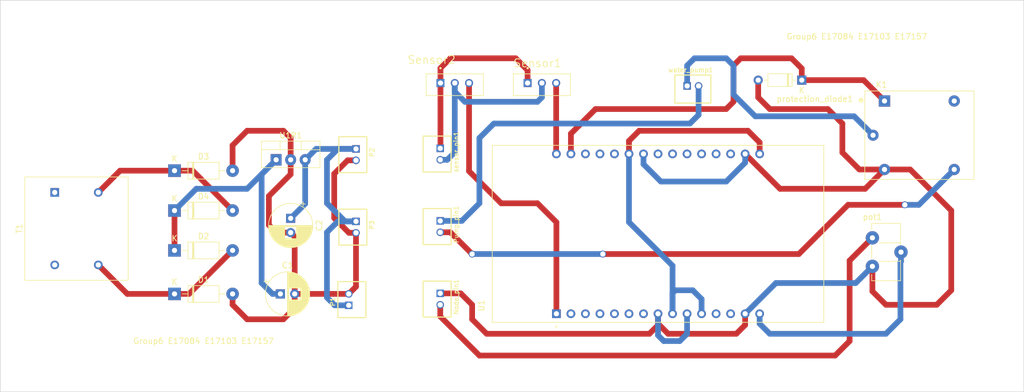
<source format=kicad_pcb>
(kicad_pcb (version 20211014) (generator pcbnew)
  (layers (0 "F.Cu" signal) (31 "B.Cu" signal) (34 "B.Paste" user) (35 "F.Paste" user) (36 "B.SilkS" user "B.Silkscreen") (37 "F.SilkS" user "F.Silkscreen") (38 "B.Mask" user) (39 "F.Mask" user) (44 "Edge.Cuts" user))
  (net 0 "")
  (net 1 "Net-(Node_pin1-Pad2)")
  (net 2 "Net-(Pump_pin1-Pad1)")
  (net 4 "Net-(K1-PadCOM)")
  (net 5 "Net-(K1-PadNO)")
  (net 6 "/D1")
  (net 7 "/GND")
  (net 8 "/D0")
  (net 9 "/A0")
  (net 10 "/Vin")
  (net 17 "Net-(U1-Pad11)")
  (net 29 "Net-(C1-Pad1)")
  (net 30 "Net-(C1-Pad2)")
  (net 31 "Net-(C2-Pad1)")
  (net 32 "Net-(D1-Pad1)")
  (net 33 "Net-(D3-Pad1)")
  (net 34 "Net-(Sensor1-Pad1)")
  (net 35 "Net-(Sensor1-Pad2)")
  (footprint "Connector 2pin:B2B-PH-K" (layer "F.Cu") (at 208.796 40.402)
    (fp_text reference "water_pump1" (at -0.381 -2.794) (layer "F.SilkS") (effects (font (size 0.8 0.8))))
    (fp_text value "B2B-PH-K")
    (pad "1" thru_hole rect locked (at -1 0) (size 1.3208 1.3208) (drill 0.9) (layers *.Cu *.Mask) (net 4 "Net-(K1-PadCOM)"))
    (pad "2" thru_hole circle locked (at 1 0) (size 1.3208 1.3208) (drill 0.9) (layers *.Cu *.Mask) (net 2 "Net-(Pump_pin1-Pad1)"))
  )
  (footprint "Connector 2pin:B2B-PH-K" (layer "F.Cu") (at 164.6 65.04 -90)
    (fp_text reference "Pump_pin1" (at -0.381 -2.794 -90) (layer "F.SilkS") (effects (font (size 0.8 0.8))))
    (fp_text value "B2B-PH-K")
    (pad "1" thru_hole rect locked (at -1 0 270) (size 1.3208 1.3208) (drill 0.9) (layers *.Cu *.Mask) (net 2 "Net-(Pump_pin1-Pad1)"))
    (pad "2" thru_hole circle locked (at 1 0 270) (size 1.3208 1.3208) (drill 0.9) (layers *.Cu *.Mask) (net 5 "Net-(K1-PadNO)"))
  )
  (footprint "Connector 2pin:B2B-PH-K" (layer "F.Cu") (at 148.59 77.835 90)
    (fp_text reference "P1" (at -0.381 -2.794 90) (layer "F.SilkS") (effects (font (size 0.8 0.8))))
    (fp_text value "B2B-PH-K")
    (pad "1" thru_hole rect locked (at -1 0 90) (size 1.3208 1.3208) (drill 0.9) (layers *.Cu *.Mask) (net 31 "Net-(C2-Pad1)"))
    (pad "2" thru_hole circle locked (at 1 0 90) (size 1.3208 1.3208) (drill 0.9) (layers *.Cu *.Mask) (net 30 "Net-(C1-Pad2)"))
  )
  (footprint "MountingHole:MountingHole_4.3mm_M4" (layer "F.Cu") (at 101.6 46.99)
    (fp_text reference "REF**" hide)
    (fp_text value "MountingHole_4.3mm_M4" hide)
    (pad "" np_thru_hole circle (at 0 0) (size 4.3 4.3) (drill 4.3) (layers F&B.Cu *.Mask))
  )
  (footprint "Connector 2pin:B2B-PH-K" (layer "F.Cu") (at 164.6 77.74 -90)
    (fp_text reference "Node_pin1" (at -0.381 -2.794 -90) (layer "F.SilkS") (effects (font (size 0.8 0.8))))
    (fp_text value "B2B-PH-K")
    (pad "1" thru_hole rect locked (at -1 0 270) (size 1.3208 1.3208) (drill 0.9) (layers *.Cu *.Mask) (net 7 "/GND"))
    (pad "2" thru_hole circle locked (at 1 0 270) (size 1.3208 1.3208) (drill 0.9) (layers *.Cu *.Mask) (net 1 "Net-(Node_pin1-Pad2)"))
  )
  (footprint "Diode_THT:D_DO-41_SOD81_P10.16mm_Horizontal" (layer "F.Cu") (at 118.11 69.215)
    (fp_text reference "D2" (at 5.08 -2.47) (layer "F.SilkS"))
    (fp_text value "1N4007")
    (fp_text user "K" (at 0 -2.1) (layer "F.SilkS"))
    (pad "1" thru_hole rect (at 0 0) (size 2.2 2.2) (drill 0.9) (layers *.Cu *.Mask) (net 29 "Net-(C1-Pad1)"))
    (pad "2" thru_hole oval (at 10.16 0) (size 2.2 2.2) (drill 0.9) (layers *.Cu *.Mask) (net 32 "Net-(D1-Pad1)"))
  )
  (footprint "MountingHole:MountingHole_4.3mm_M4" (layer "F.Cu") (at 101.6 83.82)
    (fp_text reference "REF**" hide)
    (fp_text value "MountingHole_4.3mm_M4" hide)
    (pad "" np_thru_hole circle (at 0 0) (size 4.3 4.3) (drill 4.3) (layers F&B.Cu *.Mask))
  )
  (footprint "Connector 2pin:B2B-PH-K" (layer "F.Cu") (at 149.86 52.435 -90)
    (fp_text reference "P2" (at -0.381 -2.794 -90) (layer "F.SilkS") (effects (font (size 0.8 0.8))))
    (fp_text value "B2B-PH-K")
    (pad "1" thru_hole rect locked (at -1 0 270) (size 1.3208 1.3208) (drill 0.9) (layers *.Cu *.Mask) (net 31 "Net-(C2-Pad1)"))
    (pad "2" thru_hole circle locked (at 1 0 270) (size 1.3208 1.3208) (drill 0.9) (layers *.Cu *.Mask) (net 30 "Net-(C1-Pad2)"))
  )
  (footprint "Connector 2pin:B2B-PH-K" (layer "F.Cu") (at 164.6 52.34 -90)
    (fp_text reference "sensor_pin1" (at -0.381 -2.794 -90) (layer "F.SilkS") (effects (font (size 0.8 0.8))))
    (fp_text value "B2B-PH-K")
    (pad "1" thru_hole rect locked (at -1 0 270) (size 1.3208 1.3208) (drill 0.9) (layers *.Cu *.Mask) (net 34 "Net-(Sensor1-Pad1)"))
    (pad "2" thru_hole circle locked (at 1 0 270) (size 1.3208 1.3208) (drill 0.9) (layers *.Cu *.Mask) (net 35 "Net-(Sensor1-Pad2)"))
  )
  (footprint "MountingHole:MountingHole_4.3mm_M4" (layer "F.Cu") (at 256.54 85.09)
    (fp_text reference "REF**" hide)
    (fp_text value "MountingHole_4.3mm_M4" hide)
    (pad "" np_thru_hole circle (at 0 0) (size 4.3 4.3) (drill 4.3) (layers *.Cu *.Mask))
  )
  (footprint "Package_TO_SOT_THT:TO-220-3_Vertical" (layer "F.Cu") (at 135.89 53.34)
    (fp_text reference "U1R1" (at 2.54 -4.27) (layer "F.SilkS"))
    (fp_text value "L7805")
    (pad "1" thru_hole rect (at 0 0) (size 1.905 2) (drill 0.9) (layers *.Cu *.Mask) (net 29 "Net-(C1-Pad1)"))
    (pad "2" thru_hole oval (at 2.54 0) (size 1.905 2) (drill 0.9) (layers *.Cu *.Mask) (net 30 "Net-(C1-Pad2)"))
    (pad "3" thru_hole oval (at 5.08 0) (size 1.905 2) (drill 0.9) (layers *.Cu *.Mask) (net 31 "Net-(C2-Pad1)"))
  )
  (footprint "MountingHole:MountingHole_4.3mm_M4" (layer "F.Cu") (at 124.46 41.91)
    (fp_text reference "REF**" hide)
    (fp_text value "MountingHole_4.3mm_M4" hide)
    (pad "" np_thru_hole circle (at 0 0) (size 4.3 4.3) (drill 4.3) (layers *.Cu *.Mask))
  )
  (footprint "Diode_THT:D_DO-35_SOD27_P7.62mm_Horizontal" (layer "F.Cu") (at 227.846 39.386 180)
    (fp_text reference "protection_diode1" (at -2.286 -3.302) (layer "F.SilkS"))
    (fp_text value "1N4148")
    (fp_text user "K" (at 0 -1.8) (layer "F.SilkS"))
    (pad "1" thru_hole rect (at 0 0 180) (size 1.6 1.6) (drill 0.9) (layers *.Cu *.Mask) (net 6 "/D1"))
    (pad "2" thru_hole oval (at 7.62 0 180) (size 1.6 1.6) (drill 0.9) (layers *.Cu *.Mask) (net 7 "/GND"))
  )
  (footprint "Diode_THT:D_DO-41_SOD81_P10.16mm_Horizontal" (layer "F.Cu") (at 118.11 76.835)
    (fp_text reference "D1" (at 5.08 -2.47) (layer "F.SilkS"))
    (fp_text value "1N4007")
    (fp_text user "K" (at 0 -2.1) (layer "F.SilkS"))
    (pad "1" thru_hole rect (at 0 0) (size 2.2 2.2) (drill 0.9) (layers *.Cu *.Mask) (net 32 "Net-(D1-Pad1)"))
    (pad "2" thru_hole oval (at 10.16 0) (size 2.2 2.2) (drill 0.9) (layers *.Cu *.Mask) (net 30 "Net-(C1-Pad2)"))
  )
  (footprint "Connector 3pin:TE_440052-3" (layer "F.Cu") (at 182.38 39.894)
    (fp_text reference "Sensor1" (at -0.762 -3.489) (layer "F.SilkS") (effects (font (size 1.4 1.4))))
    (fp_text value "B3B-PH-K")
    (pad "1" thru_hole rect (at -2.5 0) (size 1.408 1.408) (drill 0.9) (layers *.Cu *.Mask) (net 34 "Net-(Sensor1-Pad1)"))
    (pad "2" thru_hole circle (at 0 0) (size 1.408 1.408) (drill 0.9) (layers *.Cu *.Mask) (net 35 "Net-(Sensor1-Pad2)"))
    (pad "3" thru_hole circle (at 2.5 0) (size 1.408 1.408) (drill 0.9) (layers *.Cu *.Mask) (net 8 "/D0"))
  )
  (footprint "Diode_THT:D_DO-41_SOD81_P10.16mm_Horizontal" (layer "F.Cu") (at 118.11 55.245)
    (fp_text reference "D3" (at 5.08 -2.47) (layer "F.SilkS"))
    (fp_text value "1N4007")
    (fp_text user "K" (at 0 -2.1) (layer "F.SilkS"))
    (pad "1" thru_hole rect (at 0 0) (size 2.2 2.2) (drill 0.9) (layers *.Cu *.Mask) (net 33 "Net-(D3-Pad1)"))
    (pad "2" thru_hole oval (at 10.16 0) (size 2.2 2.2) (drill 0.9) (layers *.Cu *.Mask) (net 30 "Net-(C1-Pad2)"))
  )
  (footprint "Potentiometer_THT:Potentiometer_ACP_CA9-H5_Horizontal" (layer "F.Cu") (at 240.205 67.01)
    (fp_text reference "pot1" (at 0 -3.65) (layer "F.SilkS"))
    (fp_text value "R_Potentiometer")
    (pad "1" thru_hole circle (at 0 0) (size 2.34 2.34) (drill 0.9) (layers *.Cu *.Mask) (net 1 "Net-(Node_pin1-Pad2)"))
    (pad "2" thru_hole circle (at 5 2.5) (size 2.34 2.34) (drill 0.9) (layers *.Cu *.Mask) (net 10 "/Vin"))
    (pad "3" thru_hole circle (at 0 5) (size 2.34 2.34) (drill 0.9) (layers *.Cu *.Mask) (net 7 "/GND"))
  )
  (footprint "Relay Snapeda:Relay SPDT Snapeda.com" (layer "F.Cu") (at 248.42 49.038)
    (fp_text reference "K1" (at -6.62563 -8.83584) (layer "F.SilkS") (effects (font (size 1.000094 1.000094))))
    (fp_text value "SRD-05VDC-SL-C")
    (pad "A1" thru_hole rect (at -6.1 -6) (size 1.98 1.98) (drill 0.9) (layers *.Cu *.Mask) (net 6 "/D1"))
    (pad "A2" thru_hole circle (at -6.1 6) (size 1.98 1.98) (drill 0.9) (layers *.Cu *.Mask) (net 7 "/GND"))
    (pad "COM" thru_hole circle (at -8.1 0) (size 1.935 1.935) (drill 0.9) (layers *.Cu *.Mask) (net 4 "Net-(K1-PadCOM)"))
    (pad "NC" thru_hole circle (at 6.1 -6) (size 1.98 1.98) (drill 0.9) (layers *.Cu *.Mask))
    (pad "NO" thru_hole circle (at 6.1 6) (size 1.98 1.98) (drill 0.9) (layers *.Cu *.Mask) (net 5 "Net-(K1-PadNO)"))
  )
  (footprint "Connector 3pin:TE_440052-3" (layer "F.Cu") (at 167.14 39.894)
    (fp_text reference "Sensor2" (at -4.064 -4.064) (layer "F.SilkS") (effects (font (size 1.4 1.4))))
    (fp_text value "B3B-PH-K")
    (pad "1" thru_hole rect (at -2.5 0) (size 1.408 1.408) (drill 0.9) (layers *.Cu *.Mask) (net 34 "Net-(Sensor1-Pad1)"))
    (pad "2" thru_hole circle (at 0 0) (size 1.408 1.408) (drill 0.9) (layers *.Cu *.Mask) (net 35 "Net-(Sensor1-Pad2)"))
    (pad "3" thru_hole circle (at 2.5 0) (size 1.408 1.408) (drill 0.9) (layers *.Cu *.Mask) (net 9 "/A0"))
  )
  (footprint "Connector 2pin:B2B-PH-K" (layer "F.Cu") (at 149.86 65.135 -90)
    (fp_text reference "P3" (at -0.381 -2.794 -90) (layer "F.SilkS") (effects (font (size 0.8 0.8))))
    (fp_text value "B2B-PH-K")
    (pad "1" thru_hole rect locked (at -1 0 270) (size 1.3208 1.3208) (drill 0.9) (layers *.Cu *.Mask) (net 31 "Net-(C2-Pad1)"))
    (pad "2" thru_hole circle locked (at 1 0 270) (size 1.3208 1.3208) (drill 0.9) (layers *.Cu *.Mask) (net 30 "Net-(C1-Pad2)"))
  )
  (footprint "MountingHole:MountingHole_4.3mm_M4" (layer "F.Cu") (at 258.58 33.29)
    (fp_text reference "REF**" hide)
    (fp_text value "MountingHole_4.3mm_M4" hide)
    (pad "" np_thru_hole circle (at 0 0) (size 4.3 4.3) (drill 4.3) (layers *.Cu *.Mask))
  )
  (footprint "ESP8266 V2:MODULE_VMA107" (layer "F.Cu") (at 202.7 66.31 90)
    (fp_text reference "U1" (at -12.575 -30.885 90) (layer "F.SilkS"))
    (fp_text value "VMA107")
    (pad "" np_thru_hole circle (at -12.5 26 90) (size 3.25 3.25) (drill 3.25) (layers *.Cu *.Mask))
    (pad "" np_thru_hole circle (at -12.5 -26 90) (size 3.25 3.25) (drill 3.25) (layers *.Cu *.Mask))
    (pad "" np_thru_hole circle (at 12.5 26 90) (size 3.25 3.25) (drill 3.25) (layers *.Cu *.Mask))
    (pad "" np_thru_hole circle (at 12.5 -26 90) (size 3.25 3.25) (drill 3.25) (layers *.Cu *.Mask))
    (pad "1" thru_hole rect (at -14 -17.78 90) (size 1.53 1.53) (drill 0.9) (layers *.Cu *.Mask) (net 9 "/A0"))
    (pad "2" thru_hole circle (at -14 -15.24 90) (size 1.53 1.53) (drill 0.9) (layers *.Cu *.Mask))
    (pad "3" thru_hole circle (at -14 -12.7 90) (size 1.53 1.53) (drill 0.9) (layers *.Cu *.Mask))
    (pad "4" thru_hole circle (at -14 -10.16 90) (size 1.53 1.53) (drill 0.9) (layers *.Cu *.Mask))
    (pad "5" thru_hole circle (at -14 -7.62 90) (size 1.53 1.53) (drill 0.9) (layers *.Cu *.Mask))
    (pad "6" thru_hole circle (at -14 -5.08 90) (size 1.53 1.53) (drill 0.9) (layers *.Cu *.Mask))
    (pad "7" thru_hole circle (at -14 -2.54 90) (size 1.53 1.53) (drill 0.9) (layers *.Cu *.Mask))
    (pad "8" thru_hole circle (at -14 0 90) (size 1.53 1.53) (drill 0.9) (layers *.Cu *.Mask) (net 7 "/GND"))
    (pad "9" thru_hole circle (at -14 2.54 90) (size 1.53 1.53) (drill 0.9) (layers *.Cu *.Mask) (net 17 "Net-(U1-Pad11)"))
    (pad "10" thru_hole circle (at -14 5.08 90) (size 1.53 1.53) (drill 0.9) (layers *.Cu *.Mask) (net 7 "/GND"))
    (pad "11" thru_hole circle (at -14 7.62 90) (size 1.53 1.53) (drill 0.9) (layers *.Cu *.Mask) (net 17 "Net-(U1-Pad11)"))
    (pad "12" thru_hole circle (at -14 10.16 90) (size 1.53 1.53) (drill 0.9) (layers *.Cu *.Mask))
    (pad "13" thru_hole circle (at -14 12.7 90) (size 1.53 1.53) (drill 0.9) (layers *.Cu *.Mask))
    (pad "14" thru_hole circle (at -14 15.24 90) (size 1.53 1.53) (drill 0.9) (layers *.Cu *.Mask) (net 7 "/GND"))
    (pad "15" thru_hole circle (at -14 17.78 90) (size 1.53 1.53) (drill 0.9) (layers *.Cu *.Mask) (net 10 "/Vin"))
    (pad "16" thru_hole circle (at 14 17.78 90) (size 1.53 1.53) (drill 0.9) (layers *.Cu *.Mask) (net 17 "Net-(U1-Pad11)"))
    (pad "17" thru_hole circle (at 14 15.24 90) (size 1.53 1.53) (drill 0.9) (layers *.Cu *.Mask) (net 7 "/GND"))
    (pad "18" thru_hole circle (at 14 12.7 90) (size 1.53 1.53) (drill 0.9) (layers *.Cu *.Mask))
    (pad "19" thru_hole circle (at 14 10.16 90) (size 1.53 1.53) (drill 0.9) (layers *.Cu *.Mask))
    (pad "20" thru_hole circle (at 14 7.62 90) (size 1.53 1.53) (drill 0.9) (layers *.Cu *.Mask))
    (pad "21" thru_hole circle (at 14 5.08 90) (size 1.53 1.53) (drill 0.9) (layers *.Cu *.Mask))
    (pad "22" thru_hole circle (at 14 2.54 90) (size 1.53 1.53) (drill 0.9) (layers *.Cu *.Mask))
    (pad "23" thru_hole circle (at 14 0 90) (size 1.53 1.53) (drill 0.9) (layers *.Cu *.Mask))
    (pad "24" thru_hole circle (at 14 -2.54 90) (size 1.53 1.53) (drill 0.9) (layers *.Cu *.Mask) (net 7 "/GND"))
    (pad "25" thru_hole circle (at 14 -5.08 90) (size 1.53 1.53) (drill 0.9) (layers *.Cu *.Mask) (net 17 "Net-(U1-Pad11)"))
    (pad "26" thru_hole circle (at 14 -7.62 90) (size 1.53 1.53) (drill 0.9) (layers *.Cu *.Mask))
    (pad "27" thru_hole circle (at 14 -10.16 90) (size 1.53 1.53) (drill 0.9) (layers *.Cu *.Mask))
    (pad "28" thru_hole circle (at 14 -12.7 90) (size 1.53 1.53) (drill 0.9) (layers *.Cu *.Mask))
    (pad "29" thru_hole circle (at 14 -15.24 90) (size 1.53 1.53) (drill 0.9) (layers *.Cu *.Mask) (net 6 "/D1"))
    (pad "30" thru_hole circle (at 14 -17.78 90) (size 1.53 1.53) (drill 0.9) (layers *.Cu *.Mask) (net 8 "/D0"))
  )
  (footprint "Diode_THT:D_DO-41_SOD81_P10.16mm_Horizontal" (layer "F.Cu") (at 118.11 62.23)
    (fp_text reference "D4" (at 5.08 -2.47) (layer "F.SilkS"))
    (fp_text value "1N4007")
    (fp_text user "K" (at 0 -2.1) (layer "F.SilkS"))
    (pad "1" thru_hole rect (at 0 0) (size 2.2 2.2) (drill 0.9) (layers *.Cu *.Mask) (net 29 "Net-(C1-Pad1)"))
    (pad "2" thru_hole oval (at 10.16 0) (size 2.2 2.2) (drill 0.9) (layers *.Cu *.Mask) (net 33 "Net-(D3-Pad1)"))
  )
  (footprint "Transformer_THT:Transformer_NF_ETAL_1-1_P1200" (layer "F.Cu") (at 97.155 59.055 90)
    (fp_text reference "T1" (at -6.35 -6.2 90) (layer "F.SilkS"))
    (fp_text value "Transformer_1P_1S")
    (pad "1" thru_hole rect (at 0 0 90) (size 1.52 1.52) (drill 0.9) (layers *.Cu *.Mask))
    (pad "3" thru_hole circle (at 0 7.62 90) (size 1.52 1.52) (drill 0.9) (layers *.Cu *.Mask) (net 33 "Net-(D3-Pad1)"))
    (pad "4" thru_hole circle (at -12.7 7.62 90) (size 1.52 1.52) (drill 0.9) (layers *.Cu *.Mask) (net 32 "Net-(D1-Pad1)"))
    (pad "6" thru_hole circle (at -12.7 0 90) (size 1.52 1.52) (drill 0.9) (layers *.Cu *.Mask))
  )
  (footprint "Capacitor_THT:CP_Radial_D7.5mm_P2.50mm" (layer "F.Cu") (at 136.633606 76.835)
    (fp_text reference "C1" (at 1.25 -5) (layer "F.SilkS"))
    (fp_text value "C_Polarized")
    (pad "1" thru_hole rect (at 0 0) (size 1.6 1.6) (drill 0.9) (layers *.Cu *.Mask) (net 29 "Net-(C1-Pad1)"))
    (pad "2" thru_hole circle (at 2.5 0) (size 1.6 1.6) (drill 0.9) (layers *.Cu *.Mask) (net 30 "Net-(C1-Pad2)"))
  )
  (footprint "Capacitor_THT:CP_Radial_D7.5mm_P2.50mm" (layer "F.Cu") (at 138.43 63.593848 -90)
    (fp_text reference "C2" (at 1.25 -5 90) (layer "F.SilkS"))
    (fp_text value "C_Polarized")
    (pad "1" thru_hole rect (at 0 0 270) (size 1.6 1.6) (drill 0.9) (layers *.Cu *.Mask) (net 31 "Net-(C2-Pad1)"))
    (pad "2" thru_hole circle (at 2.5 0 270) (size 1.6 1.6) (drill 0.9) (layers *.Cu *.Mask) (net 30 "Net-(C1-Pad2)"))
  )
  (footprint "MountingHole:MountingHole_4.3mm_M4" (layer "F.Cu") (at 196.85 34.29)
    (fp_text reference "REF**" hide)
    (fp_text value "MountingHole_4.3mm_M4" hide)
    (pad "" np_thru_hole circle (at 0 0) (size 4.3 4.3) (drill 4.3) (layers *.Cu *.Mask))
  )
  (gr_line (start 266.7 93.98) (end 87.63 93.98) (layer "Edge.Cuts") (width 0.1))
  (gr_line (start 266.7 25.4) (end 266.7 93.98) (layer "Edge.Cuts") (width 0.1))
  (gr_line (start 87.63 93.98) (end 87.63 25.4) (layer "Edge.Cuts") (width 0.1))
  (gr_line (start 87.63 25.4) (end 266.7 25.4) (layer "Edge.Cuts") (width 0.1))
  (gr_text "Group6 E17084 E17103 E17157" (at 123.19 85.09) (layer "F.SilkS") (effects (font (size 1 1))))
  (gr_text "Group6 E17084 E17103 E17157" (at 237.49 31.75) (layer "F.SilkS") (effects (font (size 1 1))))
  (segment (start 164.6 78.74) (end 164.6 80.78) (width 1) (layer "F.Cu") (net 1))
  (segment (start 233.68 87.63) (end 236.22 85.09) (width 1) (layer "F.Cu") (net 1))
  (segment (start 164.6 80.78) (end 171.45 87.63) (width 1) (layer "F.Cu") (net 1))
  (segment (start 236.22 85.09) (end 236.22 70.995) (width 1) (layer "F.Cu") (net 1))
  (segment (start 171.45 87.63) (end 233.68 87.63) (width 1) (layer "F.Cu") (net 1))
  (segment (start 236.22 70.995) (end 240.205 67.01) (width 1) (layer "F.Cu") (net 1))
  (segment (start 208.28 46.99) (end 209.796 45.474) (width 1) (layer "B.Cu") (net 2))
  (segment (start 173.99 46.99) (end 208.28 46.99) (width 1) (layer "B.Cu") (net 2))
  (segment (start 168.37 64.04) (end 171.45 60.96) (width 1) (layer "B.Cu") (net 2))
  (segment (start 164.6 64.04) (end 168.37 64.04) (width 1) (layer "B.Cu") (net 2))
  (segment (start 171.45 49.53) (end 173.99 46.99) (width 1) (layer "B.Cu") (net 2))
  (segment (start 209.796 45.474) (end 209.796 40.402) (width 1) (layer "B.Cu") (net 2))
  (segment (start 171.45 60.96) (end 171.45 49.53) (width 1) (layer "B.Cu") (net 2))
  (segment (start 207.796 36.83) (end 207.796 40.402) (width 1) (layer "B.Cu") (net 4))
  (segment (start 209.066 35.56) (end 207.796 36.83) (width 1) (layer "B.Cu") (net 4))
  (segment (start 237.002 45.72) (end 219.71 45.72) (width 1) (layer "B.Cu") (net 4))
  (segment (start 215.9 36.83) (end 214.63 35.56) (width 1) (layer "B.Cu") (net 4))
  (segment (start 219.71 45.72) (end 215.9 41.91) (width 1) (layer "B.Cu") (net 4))
  (segment (start 215.9 41.91) (end 215.9 36.83) (width 1) (layer "B.Cu") (net 4))
  (segment (start 240.32 49.038) (end 237.002 45.72) (width 1) (layer "B.Cu") (net 4))
  (segment (start 214.63 35.56) (end 209.066 35.56) (width 1) (layer "B.Cu") (net 4))
  (segment (start 166.37 66.04) (end 170.18 69.85) (width 1) (layer "F.Cu") (net 5))
  (segment (start 235.95 61.23) (end 245.88 61.23) (width 1) (layer "F.Cu") (net 5))
  (segment (start 227.33 69.85) (end 235.95 61.23) (width 1) (layer "F.Cu") (net 5))
  (segment (start 164.6 66.04) (end 166.37 66.04) (width 1) (layer "F.Cu") (net 5))
  (segment (start 193.04 69.85) (end 227.33 69.85) (width 1) (layer "F.Cu") (net 5))
  (via (at 170.18 69.85) (size 1.2) (drill 0.9) (layers "F.Cu" "B.Cu") (net 5))
  (via (at 193.04 69.85) (size 1.2) (drill 0.9) (layers "F.Cu" "B.Cu") (net 5))
  (via (at 245.88 61.23) (size 1.2) (drill 0.9) (layers "F.Cu" "B.Cu") (net 5))
  (segment (start 248.328 61.23) (end 254.52 55.038) (width 1) (layer "B.Cu") (net 5))
  (segment (start 245.88 61.23) (end 248.328 61.23) (width 1) (layer "B.Cu") (net 5))
  (segment (start 170.18 69.85) (end 193.04 69.85) (width 1) (layer "B.Cu") (net 5))
  (segment (start 191.77 44.45) (end 214.63 44.45) (width 1) (layer "F.Cu") (net 6))
  (segment (start 187.46 52.31) (end 187.46 48.76) (width 1) (layer "F.Cu") (net 6))
  (segment (start 227.846 37.346) (end 227.846 39.386) (width 1) (layer "F.Cu") (net 6))
  (segment (start 214.63 44.45) (end 215.9 43.18) (width 1) (layer "F.Cu") (net 6))
  (segment (start 226.06 35.56) (end 227.846 37.346) (width 1) (layer "F.Cu") (net 6))
  (segment (start 215.9 36.83) (end 217.17 35.56) (width 1) (layer "F.Cu") (net 6))
  (segment (start 215.9 43.18) (end 215.9 36.83) (width 1) (layer "F.Cu") (net 6))
  (segment (start 187.46 48.76) (end 191.77 44.45) (width 1) (layer "F.Cu") (net 6))
  (segment (start 227.846 39.386) (end 238.668 39.386) (width 1) (layer "F.Cu") (net 6))
  (segment (start 217.17 35.56) (end 226.06 35.56) (width 1) (layer "F.Cu") (net 6))
  (segment (start 238.668 39.386) (end 242.32 43.038) (width 1) (layer "F.Cu") (net 6))
  (segment (start 202.7 82.05) (end 204.47 83.82) (width 1) (layer "F.Cu") (net 7))
  (segment (start 240.205 76.375) (end 240.205 72.01) (width 1) (layer "F.Cu") (net 7))
  (segment (start 254 62.23) (end 254 76.2) (width 1) (layer "F.Cu") (net 7))
  (segment (start 216.4 83.82) (end 217.94 82.28) (width 1) (layer "F.Cu") (net 7))
  (segment (start 242.32 55.038) (end 246.808 55.038) (width 1) (layer "F.Cu") (net 7))
  (segment (start 220.226 42.426) (end 222.25 44.45) (width 1) (layer "F.Cu") (net 7))
  (segment (start 217.94 82.28) (end 217.94 80.31) (width 1) (layer "F.Cu") (net 7))
  (segment (start 234.95 52.07) (end 237.918 55.038) (width 1) (layer "F.Cu") (net 7))
  (segment (start 202.7 82.315) (end 202.7 80.31) (width 1) (layer "F.Cu") (net 7))
  (segment (start 222.25 44.45) (end 232.41 44.45) (width 1) (layer "F.Cu") (net 7))
  (segment (start 170.18 78.74) (end 170.18 81.28) (width 1) (layer "F.Cu") (net 7))
  (segment (start 217.94 52.31) (end 224.05 58.42) (width 1) (layer "F.Cu") (net 7))
  (segment (start 202.7 80.31) (end 202.7 82.05) (width 1) (layer "F.Cu") (net 7))
  (segment (start 251.46 78.74) (end 242.57 78.74) (width 1) (layer "F.Cu") (net 7))
  (segment (start 238.938 58.42) (end 242.32 55.038) (width 1) (layer "F.Cu") (net 7))
  (segment (start 170.18 81.28) (end 172.72 83.82) (width 1) (layer "F.Cu") (net 7))
  (segment (start 242.57 78.74) (end 240.205 76.375) (width 1) (layer "F.Cu") (net 7))
  (segment (start 246.808 55.038) (end 254 62.23) (width 1) (layer "F.Cu") (net 7))
  (segment (start 164.6 76.74) (end 168.18 76.74) (width 1) (layer "F.Cu") (net 7))
  (segment (start 201.195 83.82) (end 202.7 82.315) (width 1) (layer "F.Cu") (net 7))
  (segment (start 224.05 58.42) (end 238.938 58.42) (width 1) (layer "F.Cu") (net 7))
  (segment (start 237.918 55.038) (end 242.32 55.038) (width 1) (layer "F.Cu") (net 7))
  (segment (start 168.18 76.74) (end 170.18 78.74) (width 1) (layer "F.Cu") (net 7))
  (segment (start 232.41 44.45) (end 234.95 46.99) (width 1) (layer "F.Cu") (net 7))
  (segment (start 254 76.2) (end 251.46 78.74) (width 1) (layer "F.Cu") (net 7))
  (segment (start 204.47 83.82) (end 216.4 83.82) (width 1) (layer "F.Cu") (net 7))
  (segment (start 234.95 46.99) (end 234.95 52.07) (width 1) (layer "F.Cu") (net 7))
  (segment (start 220.226 39.386) (end 220.226 42.426) (width 1) (layer "F.Cu") (net 7))
  (segment (start 172.72 83.82) (end 201.195 83.82) (width 1) (layer "F.Cu") (net 7))
  (segment (start 217.94 80.31) (end 223.32 74.93) (width 1) (layer "B.Cu") (net 7))
  (segment (start 203.7 85.09) (end 202.7 84.09) (width 1) (layer "B.Cu") (net 7))
  (segment (start 214.63 57.15) (end 203.2 57.15) (width 1) (layer "B.Cu") (net 7))
  (segment (start 206.51 85.09) (end 203.7 85.09) (width 1) (layer "B.Cu") (net 7))
  (segment (start 200.16 54.11) (end 200.16 52.31) (width 1) (layer "B.Cu") (net 7))
  (segment (start 237.285 74.93) (end 240.205 72.01) (width 1) (layer "B.Cu") (net 7))
  (segment (start 217.94 53.84) (end 214.63 57.15) (width 1) (layer "B.Cu") (net 7))
  (segment (start 207.78 80.31) (end 207.78 83.82) (width 1) (layer "B.Cu") (net 7))
  (segment (start 223.32 74.93) (end 237.285 74.93) (width 1) (layer "B.Cu") (net 7))
  (segment (start 202.7 84.09) (end 202.7 80.31) (width 1) (layer "B.Cu") (net 7))
  (segment (start 207.78 83.82) (end 206.51 85.09) (width 1) (layer "B.Cu") (net 7))
  (segment (start 203.2 57.15) (end 200.16 54.11) (width 1) (layer "B.Cu") (net 7))
  (segment (start 217.94 52.31) (end 217.94 53.84) (width 1) (layer "B.Cu") (net 7))
  (segment (start 184.88 39.894) (end 184.88 52.27) (width 1) (layer "F.Cu") (net 8))
  (segment (start 184.88 52.27) (end 184.92 52.31) (width 1) (layer "F.Cu") (net 8))
  (segment (start 181.61 60.96) (end 184.92 64.27) (width 1) (layer "F.Cu") (net 9))
  (segment (start 175.26 60.96) (end 181.61 60.96) (width 1) (layer "F.Cu") (net 9))
  (segment (start 169.64 39.894) (end 169.64 55.34) (width 1) (layer "F.Cu") (net 9))
  (segment (start 169.64 55.34) (end 175.26 60.96) (width 1) (layer "F.Cu") (net 9))
  (segment (start 184.92 64.27) (end 184.92 80.31) (width 1) (layer "F.Cu") (net 9))
  (segment (start 222.25 83.82) (end 220.48 82.05) (width 1) (layer "B.Cu") (net 10))
  (segment (start 245.205 69.51) (end 245.205 71.164629) (width 1) (layer "B.Cu") (net 10))
  (segment (start 245.205 71.164629) (end 245.11 71.259629) (width 1) (layer "B.Cu") (net 10))
  (segment (start 242.57 83.82) (end 222.25 83.82) (width 1) (layer "B.Cu") (net 10))
  (segment (start 220.48 82.05) (end 220.48 80.31) (width 1) (layer "B.Cu") (net 10))
  (segment (start 245.11 81.28) (end 242.57 83.82) (width 1) (layer "B.Cu") (net 10))
  (segment (start 245.11 71.259629) (end 245.11 81.28) (width 1) (layer "B.Cu") (net 10))
  (segment (start 199.39 48.26) (end 197.62 50.03) (width 1) (layer "F.Cu") (net 17))
  (segment (start 220.48 50.3) (end 218.44 48.26) (width 1) (layer "F.Cu") (net 17))
  (segment (start 197.62 50.03) (end 197.62 52.31) (width 1) (layer "F.Cu") (net 17))
  (segment (start 218.44 48.26) (end 199.39 48.26) (width 1) (layer "F.Cu") (net 17))
  (segment (start 220.48 52.31) (end 220.48 50.3) (width 1) (layer "F.Cu") (net 17))
  (segment (start 197.62 64.27) (end 205.24 71.89) (width 1) (layer "B.Cu") (net 17))
  (segment (start 205.24 76.7) (end 205.24 80.31) (width 1) (layer "B.Cu") (net 17))
  (segment (start 210.32 77.74) (end 208.78 76.2) (width 1) (layer "B.Cu") (net 17))
  (segment (start 197.62 52.31) (end 197.62 64.27) (width 1) (layer "B.Cu") (net 17))
  (segment (start 210.32 80.31) (end 210.32 77.74) (width 1) (layer "B.Cu") (net 17))
  (segment (start 205.24 71.89) (end 205.24 80.31) (width 1) (layer "B.Cu") (net 17))
  (segment (start 208.78 76.2) (end 205.74 76.2) (width 1) (layer "B.Cu") (net 17))
  (segment (start 205.74 76.2) (end 205.24 76.7) (width 1) (layer "B.Cu") (net 17))
  (segment (start 118.11 69.215) (end 118.11 62.23) (width 1) (layer "F.Cu") (net 29))
  (segment (start 135.255 76.835) (end 136.633606 76.835) (width 1) (layer "B.Cu") (net 29))
  (segment (start 133.35 74.93) (end 135.255 76.835) (width 1) (layer "B.Cu") (net 29))
  (segment (start 130.81 58.42) (end 135.89 53.34) (width 1) (layer "B.Cu") (net 29))
  (segment (start 118.11 62.23) (end 121.92 58.42) (width 1) (layer "B.Cu") (net 29))
  (segment (start 135.89 53.34) (end 133.35 55.88) (width 1) (layer "B.Cu") (net 29))
  (segment (start 121.92 58.42) (end 130.81 58.42) (width 1) (layer "B.Cu") (net 29))
  (segment (start 133.35 55.88) (end 133.35 74.93) (width 1) (layer "B.Cu") (net 29))
  (segment (start 128.27 50.8) (end 128.27 55.245) (width 1) (layer "F.Cu") (net 30))
  (segment (start 149.86 75.565) (end 149.86 66.135) (width 1) (layer "F.Cu") (net 30))
  (segment (start 138.43 49.53) (end 137.16 48.26) (width 1) (layer "F.Cu") (net 30))
  (segment (start 134.62 59.69) (end 134.62 64.77) (width 1) (layer "F.Cu") (net 30))
  (segment (start 148.4 53.435) (end 149.86 53.435) (width 1) (layer "F.Cu") (net 30))
  (segment (start 149.86 66.135) (end 148.6392 66.135) (width 1) (layer "F.Cu") (net 30))
  (segment (start 148.6392 66.135) (end 146.05 63.5458) (width 1) (layer "F.Cu") (net 30))
  (segment (start 137.16 81.28) (end 139.133606 79.306394) (width 1) (layer "F.Cu") (net 30))
  (segment (start 139.133606 66.797454) (end 138.43 66.093848) (width 1) (layer "F.Cu") (net 30))
  (segment (start 135.943848 66.093848) (end 138.43 66.093848) (width 1) (layer "F.Cu") (net 30))
  (segment (start 128.27 76.835) (end 128.27 78.74) (width 1) (layer "F.Cu") (net 30))
  (segment (start 130.81 81.28) (end 137.16 81.28) (width 1) (layer "F.Cu") (net 30))
  (segment (start 146.05 55.785) (end 148.4 53.435) (width 1) (layer "F.Cu") (net 30))
  (segment (start 148.59 76.835) (end 149.86 75.565) (width 1) (layer "F.Cu") (net 30))
  (segment (start 128.27 78.74) (end 130.81 81.28) (width 1) (layer "F.Cu") (net 30))
  (segment (start 138.43 55.88) (end 134.62 59.69) (width 1) (layer "F.Cu") (net 30))
  (segment (start 137.16 48.26) (end 130.81 48.26) (width 1) (layer "F.Cu") (net 30))
  (segment (start 134.62 64.77) (end 135.943848 66.093848) (width 1) (layer "F.Cu") (net 30))
  (segment (start 146.05 63.5458) (end 146.05 55.785) (width 1) (layer "F.Cu") (net 30))
  (segment (start 130.81 48.26) (end 128.27 50.8) (width 1) (layer "F.Cu") (net 30))
  (segment (start 148.59 76.835) (end 139.133606 76.835) (width 1) (layer "F.Cu") (net 30))
  (segment (start 138.43 53.34) (end 138.43 55.88) (width 1) (layer "F.Cu") (net 30))
  (segment (start 139.133606 79.306394) (end 139.133606 76.835) (width 1) (layer "F.Cu") (net 30))
  (segment (start 139.133606 76.835) (end 139.133606 66.797454) (width 1) (layer "F.Cu") (net 30))
  (segment (start 138.43 53.34) (end 138.43 49.53) (width 1) (layer "F.Cu") (net 30))
  (segment (start 149.86 51.435) (end 142.875 51.435) (width 1) (layer "B.Cu") (net 31))
  (segment (start 140.97 61.053848) (end 138.43 63.593848) (width 1) (layer "B.Cu") (net 31))
  (segment (start 146.145 78.835) (end 144.78 77.47) (width 1) (layer "B.Cu") (net 31))
  (segment (start 146.685 51.435) (end 149.86 51.435) (width 1) (layer "B.Cu") (net 31))
  (segment (start 144.78 66.04) (end 146.685 64.135) (width 1) (layer "B.Cu") (net 31))
  (segment (start 144.78 60.96) (end 144.78 53.34) (width 1) (layer "B.Cu") (net 31))
  (segment (start 144.78 77.47) (end 144.78 66.04) (width 1) (layer "B.Cu") (net 31))
  (segment (start 149.86 64.135) (end 147.955 64.135) (width 1) (layer "B.Cu") (net 31))
  (segment (start 142.875 51.435) (end 140.97 53.34) (width 1) (layer "B.Cu") (net 31))
  (segment (start 144.78 53.34) (end 146.685 51.435) (width 1) (layer "B.Cu") (net 31))
  (segment (start 148.59 78.835) (end 146.145 78.835) (width 1) (layer "B.Cu") (net 31))
  (segment (start 147.955 64.135) (end 144.78 60.96) (width 1) (layer "B.Cu") (net 31))
  (segment (start 140.97 53.34) (end 140.97 61.053848) (width 1) (layer "B.Cu") (net 31))
  (segment (start 146.685 64.135) (end 149.86 64.135) (width 1) (layer "B.Cu") (net 31))
  (segment (start 120.65 76.835) (end 128.27 69.215) (width 1) (layer "F.Cu") (net 32))
  (segment (start 118.11 76.835) (end 109.855 76.835) (width 1) (layer "F.Cu") (net 32))
  (segment (start 109.855 76.835) (end 104.775 71.755) (width 1) (layer "F.Cu") (net 32))
  (segment (start 118.11 76.835) (end 120.65 76.835) (width 1) (layer "F.Cu") (net 32))
  (segment (start 121.285 55.245) (end 128.27 62.23) (width 1) (layer "F.Cu") (net 33))
  (segment (start 108.585 55.245) (end 104.775 59.055) (width 1) (layer "F.Cu") (net 33))
  (segment (start 118.11 55.245) (end 108.585 55.245) (width 1) (layer "F.Cu") (net 33))
  (segment (start 118.11 55.245) (end 121.285 55.245) (width 1) (layer "F.Cu") (net 33))
  (segment (start 164.64 51.3) (end 164.6 51.34) (width 1) (layer "F.Cu") (net 34))
  (segment (start 164.64 37.29) (end 166.37 35.56) (width 1) (layer "F.Cu") (net 34))
  (segment (start 164.64 39.894) (end 164.64 37.29) (width 1) (layer "F.Cu") (net 34))
  (segment (start 166.37 35.56) (end 177.8 35.56) (width 1) (layer "F.Cu") (net 34))
  (segment (start 179.88 37.64) (end 179.88 39.894) (width 1) (layer "F.Cu") (net 34))
  (segment (start 164.64 39.894) (end 164.64 51.3) (width 1) (layer "F.Cu") (net 34))
  (segment (start 177.8 35.56) (end 179.88 37.64) (width 1) (layer "F.Cu") (net 34))
  (segment (start 167.14 41.41) (end 167.14 39.894) (width 1) (layer "B.Cu") (net 35))
  (segment (start 168.91 43.18) (end 167.14 41.41) (width 1) (layer "B.Cu") (net 35))
  (segment (start 167.14 52.0208) (end 165.8208 53.34) (width 1) (layer "B.Cu") (net 35))
  (segment (start 167.14 39.894) (end 167.14 52.0208) (width 1) (layer "B.Cu") (net 35))
  (segment (start 182.38 42.41) (end 181.61 43.18) (width 1) (layer "B.Cu") (net 35))
  (segment (start 165.8208 53.34) (end 164.6 53.34) (width 1) (layer "B.Cu") (net 35))
  (segment (start 182.38 39.894) (end 182.38 42.41) (width 1) (layer "B.Cu") (net 35))
  (segment (start 181.61 43.18) (end 168.91 43.18) (width 1) (layer "B.Cu") (net 35))
)
</source>
